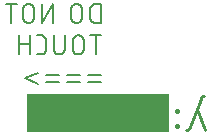
<source format=gbr>
G04 EAGLE Gerber X2 export*
%TF.Part,Single*%
%TF.FileFunction,Legend,Bot,1*%
%TF.FilePolarity,Positive*%
%TF.GenerationSoftware,Autodesk,EAGLE,9.1.0*%
%TF.CreationDate,2018-08-16T10:41:46Z*%
G75*
%MOMM*%
%FSLAX34Y34*%
%LPD*%
%AMOC8*
5,1,8,0,0,1.08239X$1,22.5*%
G01*
%ADD10C,0.152400*%
%ADD11C,0.254000*%
%ADD12R,12.065000X3.175000*%


D10*
X145288Y181102D02*
X145288Y197358D01*
X140772Y197358D01*
X140641Y197356D01*
X140509Y197350D01*
X140378Y197341D01*
X140248Y197327D01*
X140117Y197310D01*
X139988Y197289D01*
X139859Y197265D01*
X139731Y197236D01*
X139603Y197204D01*
X139477Y197168D01*
X139352Y197129D01*
X139227Y197086D01*
X139105Y197039D01*
X138983Y196989D01*
X138863Y196935D01*
X138745Y196878D01*
X138629Y196817D01*
X138514Y196753D01*
X138401Y196686D01*
X138290Y196615D01*
X138182Y196541D01*
X138075Y196464D01*
X137971Y196384D01*
X137869Y196301D01*
X137770Y196216D01*
X137673Y196127D01*
X137579Y196035D01*
X137487Y195941D01*
X137398Y195844D01*
X137313Y195745D01*
X137230Y195643D01*
X137150Y195539D01*
X137073Y195432D01*
X136999Y195324D01*
X136928Y195213D01*
X136861Y195100D01*
X136797Y194985D01*
X136736Y194869D01*
X136679Y194751D01*
X136625Y194631D01*
X136575Y194509D01*
X136528Y194387D01*
X136485Y194262D01*
X136446Y194137D01*
X136410Y194011D01*
X136378Y193883D01*
X136349Y193755D01*
X136325Y193626D01*
X136304Y193497D01*
X136287Y193366D01*
X136273Y193236D01*
X136264Y193105D01*
X136258Y192973D01*
X136256Y192842D01*
X136257Y192842D02*
X136257Y185618D01*
X136256Y185618D02*
X136258Y185487D01*
X136264Y185355D01*
X136273Y185224D01*
X136287Y185094D01*
X136304Y184963D01*
X136325Y184834D01*
X136349Y184705D01*
X136378Y184577D01*
X136410Y184449D01*
X136446Y184323D01*
X136485Y184198D01*
X136528Y184073D01*
X136575Y183951D01*
X136625Y183829D01*
X136679Y183709D01*
X136736Y183591D01*
X136797Y183475D01*
X136861Y183360D01*
X136928Y183247D01*
X136999Y183136D01*
X137073Y183028D01*
X137150Y182921D01*
X137230Y182817D01*
X137313Y182715D01*
X137398Y182616D01*
X137487Y182519D01*
X137579Y182425D01*
X137673Y182333D01*
X137770Y182244D01*
X137869Y182159D01*
X137971Y182076D01*
X138075Y181996D01*
X138182Y181919D01*
X138290Y181845D01*
X138401Y181774D01*
X138514Y181707D01*
X138629Y181643D01*
X138745Y181582D01*
X138863Y181525D01*
X138983Y181471D01*
X139105Y181421D01*
X139227Y181374D01*
X139352Y181331D01*
X139477Y181292D01*
X139603Y181256D01*
X139731Y181224D01*
X139859Y181195D01*
X139988Y181171D01*
X140117Y181150D01*
X140248Y181133D01*
X140378Y181119D01*
X140509Y181110D01*
X140641Y181104D01*
X140772Y181102D01*
X145288Y181102D01*
X129136Y185618D02*
X129136Y192842D01*
X129134Y192975D01*
X129128Y193107D01*
X129118Y193239D01*
X129105Y193371D01*
X129087Y193503D01*
X129066Y193633D01*
X129041Y193764D01*
X129012Y193893D01*
X128979Y194021D01*
X128943Y194149D01*
X128903Y194275D01*
X128859Y194400D01*
X128811Y194524D01*
X128760Y194646D01*
X128705Y194767D01*
X128647Y194886D01*
X128585Y195004D01*
X128520Y195119D01*
X128451Y195233D01*
X128380Y195344D01*
X128304Y195453D01*
X128226Y195560D01*
X128145Y195665D01*
X128060Y195767D01*
X127973Y195867D01*
X127883Y195964D01*
X127790Y196059D01*
X127694Y196150D01*
X127596Y196239D01*
X127495Y196325D01*
X127391Y196408D01*
X127285Y196488D01*
X127177Y196564D01*
X127067Y196638D01*
X126954Y196708D01*
X126840Y196775D01*
X126723Y196838D01*
X126605Y196898D01*
X126485Y196955D01*
X126363Y197008D01*
X126240Y197057D01*
X126116Y197103D01*
X125990Y197145D01*
X125863Y197183D01*
X125735Y197218D01*
X125606Y197249D01*
X125477Y197276D01*
X125346Y197299D01*
X125215Y197319D01*
X125083Y197334D01*
X124951Y197346D01*
X124819Y197354D01*
X124686Y197358D01*
X124554Y197358D01*
X124421Y197354D01*
X124289Y197346D01*
X124157Y197334D01*
X124025Y197319D01*
X123894Y197299D01*
X123763Y197276D01*
X123634Y197249D01*
X123505Y197218D01*
X123377Y197183D01*
X123250Y197145D01*
X123124Y197103D01*
X123000Y197057D01*
X122877Y197008D01*
X122755Y196955D01*
X122635Y196898D01*
X122517Y196838D01*
X122400Y196775D01*
X122286Y196708D01*
X122173Y196638D01*
X122063Y196564D01*
X121955Y196488D01*
X121849Y196408D01*
X121745Y196325D01*
X121644Y196239D01*
X121546Y196150D01*
X121450Y196059D01*
X121357Y195964D01*
X121267Y195867D01*
X121180Y195767D01*
X121095Y195665D01*
X121014Y195560D01*
X120936Y195453D01*
X120860Y195344D01*
X120789Y195233D01*
X120720Y195119D01*
X120655Y195004D01*
X120593Y194886D01*
X120535Y194767D01*
X120480Y194646D01*
X120429Y194524D01*
X120381Y194400D01*
X120337Y194275D01*
X120297Y194149D01*
X120261Y194021D01*
X120228Y193893D01*
X120199Y193764D01*
X120174Y193633D01*
X120153Y193503D01*
X120135Y193371D01*
X120122Y193239D01*
X120112Y193107D01*
X120106Y192975D01*
X120104Y192842D01*
X120105Y192842D02*
X120105Y185618D01*
X120104Y185618D02*
X120106Y185485D01*
X120112Y185353D01*
X120122Y185221D01*
X120135Y185089D01*
X120153Y184957D01*
X120174Y184827D01*
X120199Y184696D01*
X120228Y184567D01*
X120261Y184439D01*
X120297Y184311D01*
X120337Y184185D01*
X120381Y184060D01*
X120429Y183936D01*
X120480Y183814D01*
X120535Y183693D01*
X120593Y183574D01*
X120655Y183456D01*
X120720Y183341D01*
X120789Y183227D01*
X120860Y183116D01*
X120936Y183007D01*
X121014Y182900D01*
X121095Y182795D01*
X121180Y182693D01*
X121267Y182593D01*
X121357Y182496D01*
X121450Y182401D01*
X121546Y182310D01*
X121644Y182221D01*
X121745Y182135D01*
X121849Y182052D01*
X121955Y181972D01*
X122063Y181896D01*
X122173Y181822D01*
X122286Y181752D01*
X122400Y181685D01*
X122517Y181622D01*
X122635Y181562D01*
X122755Y181505D01*
X122877Y181452D01*
X123000Y181403D01*
X123124Y181357D01*
X123250Y181315D01*
X123377Y181277D01*
X123505Y181242D01*
X123634Y181211D01*
X123763Y181184D01*
X123894Y181161D01*
X124025Y181141D01*
X124157Y181126D01*
X124289Y181114D01*
X124421Y181106D01*
X124554Y181102D01*
X124686Y181102D01*
X124819Y181106D01*
X124951Y181114D01*
X125083Y181126D01*
X125215Y181141D01*
X125346Y181161D01*
X125477Y181184D01*
X125606Y181211D01*
X125735Y181242D01*
X125863Y181277D01*
X125990Y181315D01*
X126116Y181357D01*
X126240Y181403D01*
X126363Y181452D01*
X126485Y181505D01*
X126605Y181562D01*
X126723Y181622D01*
X126840Y181685D01*
X126954Y181752D01*
X127067Y181822D01*
X127177Y181896D01*
X127285Y181972D01*
X127391Y182052D01*
X127495Y182135D01*
X127596Y182221D01*
X127694Y182310D01*
X127790Y182401D01*
X127883Y182496D01*
X127973Y182593D01*
X128060Y182693D01*
X128145Y182795D01*
X128226Y182900D01*
X128304Y183007D01*
X128380Y183116D01*
X128451Y183227D01*
X128520Y183341D01*
X128585Y183456D01*
X128647Y183574D01*
X128705Y183693D01*
X128760Y183814D01*
X128811Y183936D01*
X128859Y184060D01*
X128903Y184185D01*
X128943Y184311D01*
X128979Y184439D01*
X129012Y184567D01*
X129041Y184696D01*
X129066Y184827D01*
X129087Y184957D01*
X129105Y185089D01*
X129118Y185221D01*
X129128Y185353D01*
X129134Y185485D01*
X129136Y185618D01*
X104647Y181102D02*
X104647Y197358D01*
X95616Y181102D01*
X95616Y197358D01*
X88495Y192842D02*
X88495Y185618D01*
X88495Y192842D02*
X88493Y192975D01*
X88487Y193107D01*
X88477Y193239D01*
X88464Y193371D01*
X88446Y193503D01*
X88425Y193633D01*
X88400Y193764D01*
X88371Y193893D01*
X88338Y194021D01*
X88302Y194149D01*
X88262Y194275D01*
X88218Y194400D01*
X88170Y194524D01*
X88119Y194646D01*
X88064Y194767D01*
X88006Y194886D01*
X87944Y195004D01*
X87879Y195119D01*
X87810Y195233D01*
X87739Y195344D01*
X87663Y195453D01*
X87585Y195560D01*
X87504Y195665D01*
X87419Y195767D01*
X87332Y195867D01*
X87242Y195964D01*
X87149Y196059D01*
X87053Y196150D01*
X86955Y196239D01*
X86854Y196325D01*
X86750Y196408D01*
X86644Y196488D01*
X86536Y196564D01*
X86426Y196638D01*
X86313Y196708D01*
X86199Y196775D01*
X86082Y196838D01*
X85964Y196898D01*
X85844Y196955D01*
X85722Y197008D01*
X85599Y197057D01*
X85475Y197103D01*
X85349Y197145D01*
X85222Y197183D01*
X85094Y197218D01*
X84965Y197249D01*
X84836Y197276D01*
X84705Y197299D01*
X84574Y197319D01*
X84442Y197334D01*
X84310Y197346D01*
X84178Y197354D01*
X84045Y197358D01*
X83913Y197358D01*
X83780Y197354D01*
X83648Y197346D01*
X83516Y197334D01*
X83384Y197319D01*
X83253Y197299D01*
X83122Y197276D01*
X82993Y197249D01*
X82864Y197218D01*
X82736Y197183D01*
X82609Y197145D01*
X82483Y197103D01*
X82359Y197057D01*
X82236Y197008D01*
X82114Y196955D01*
X81994Y196898D01*
X81876Y196838D01*
X81759Y196775D01*
X81645Y196708D01*
X81532Y196638D01*
X81422Y196564D01*
X81314Y196488D01*
X81208Y196408D01*
X81104Y196325D01*
X81003Y196239D01*
X80905Y196150D01*
X80809Y196059D01*
X80716Y195964D01*
X80626Y195867D01*
X80539Y195767D01*
X80454Y195665D01*
X80373Y195560D01*
X80295Y195453D01*
X80219Y195344D01*
X80148Y195233D01*
X80079Y195119D01*
X80014Y195004D01*
X79952Y194886D01*
X79894Y194767D01*
X79839Y194646D01*
X79788Y194524D01*
X79740Y194400D01*
X79696Y194275D01*
X79656Y194149D01*
X79620Y194021D01*
X79587Y193893D01*
X79558Y193764D01*
X79533Y193633D01*
X79512Y193503D01*
X79494Y193371D01*
X79481Y193239D01*
X79471Y193107D01*
X79465Y192975D01*
X79463Y192842D01*
X79463Y185618D01*
X79465Y185485D01*
X79471Y185353D01*
X79481Y185221D01*
X79494Y185089D01*
X79512Y184957D01*
X79533Y184827D01*
X79558Y184696D01*
X79587Y184567D01*
X79620Y184439D01*
X79656Y184311D01*
X79696Y184185D01*
X79740Y184060D01*
X79788Y183936D01*
X79839Y183814D01*
X79894Y183693D01*
X79952Y183574D01*
X80014Y183456D01*
X80079Y183341D01*
X80148Y183227D01*
X80219Y183116D01*
X80295Y183007D01*
X80373Y182900D01*
X80454Y182795D01*
X80539Y182693D01*
X80626Y182593D01*
X80716Y182496D01*
X80809Y182401D01*
X80905Y182310D01*
X81003Y182221D01*
X81104Y182135D01*
X81208Y182052D01*
X81314Y181972D01*
X81422Y181896D01*
X81532Y181822D01*
X81645Y181752D01*
X81759Y181685D01*
X81876Y181622D01*
X81994Y181562D01*
X82114Y181505D01*
X82236Y181452D01*
X82359Y181403D01*
X82483Y181357D01*
X82609Y181315D01*
X82736Y181277D01*
X82864Y181242D01*
X82993Y181211D01*
X83122Y181184D01*
X83253Y181161D01*
X83384Y181141D01*
X83516Y181126D01*
X83648Y181114D01*
X83780Y181106D01*
X83913Y181102D01*
X84045Y181102D01*
X84178Y181106D01*
X84310Y181114D01*
X84442Y181126D01*
X84574Y181141D01*
X84705Y181161D01*
X84836Y181184D01*
X84965Y181211D01*
X85094Y181242D01*
X85222Y181277D01*
X85349Y181315D01*
X85475Y181357D01*
X85599Y181403D01*
X85722Y181452D01*
X85844Y181505D01*
X85964Y181562D01*
X86082Y181622D01*
X86199Y181685D01*
X86313Y181752D01*
X86426Y181822D01*
X86536Y181896D01*
X86644Y181972D01*
X86750Y182052D01*
X86854Y182135D01*
X86955Y182221D01*
X87053Y182310D01*
X87149Y182401D01*
X87242Y182496D01*
X87332Y182593D01*
X87419Y182693D01*
X87504Y182795D01*
X87585Y182900D01*
X87663Y183007D01*
X87739Y183116D01*
X87810Y183227D01*
X87879Y183341D01*
X87944Y183456D01*
X88006Y183574D01*
X88064Y183693D01*
X88119Y183814D01*
X88170Y183936D01*
X88218Y184060D01*
X88262Y184185D01*
X88302Y184311D01*
X88338Y184439D01*
X88371Y184567D01*
X88400Y184696D01*
X88425Y184827D01*
X88446Y184957D01*
X88464Y185089D01*
X88477Y185221D01*
X88487Y185353D01*
X88493Y185485D01*
X88495Y185618D01*
X69390Y181102D02*
X69390Y197358D01*
X73905Y197358D02*
X64874Y197358D01*
X140772Y170688D02*
X140772Y154432D01*
X145288Y170688D02*
X136257Y170688D01*
X130699Y166172D02*
X130699Y158948D01*
X130699Y166172D02*
X130697Y166305D01*
X130691Y166437D01*
X130681Y166569D01*
X130668Y166701D01*
X130650Y166833D01*
X130629Y166963D01*
X130604Y167094D01*
X130575Y167223D01*
X130542Y167351D01*
X130506Y167479D01*
X130466Y167605D01*
X130422Y167730D01*
X130374Y167854D01*
X130323Y167976D01*
X130268Y168097D01*
X130210Y168216D01*
X130148Y168334D01*
X130083Y168449D01*
X130014Y168563D01*
X129943Y168674D01*
X129867Y168783D01*
X129789Y168890D01*
X129708Y168995D01*
X129623Y169097D01*
X129536Y169197D01*
X129446Y169294D01*
X129353Y169389D01*
X129257Y169480D01*
X129159Y169569D01*
X129058Y169655D01*
X128954Y169738D01*
X128848Y169818D01*
X128740Y169894D01*
X128630Y169968D01*
X128517Y170038D01*
X128403Y170105D01*
X128286Y170168D01*
X128168Y170228D01*
X128048Y170285D01*
X127926Y170338D01*
X127803Y170387D01*
X127679Y170433D01*
X127553Y170475D01*
X127426Y170513D01*
X127298Y170548D01*
X127169Y170579D01*
X127040Y170606D01*
X126909Y170629D01*
X126778Y170649D01*
X126646Y170664D01*
X126514Y170676D01*
X126382Y170684D01*
X126249Y170688D01*
X126117Y170688D01*
X125984Y170684D01*
X125852Y170676D01*
X125720Y170664D01*
X125588Y170649D01*
X125457Y170629D01*
X125326Y170606D01*
X125197Y170579D01*
X125068Y170548D01*
X124940Y170513D01*
X124813Y170475D01*
X124687Y170433D01*
X124563Y170387D01*
X124440Y170338D01*
X124318Y170285D01*
X124198Y170228D01*
X124080Y170168D01*
X123963Y170105D01*
X123849Y170038D01*
X123736Y169968D01*
X123626Y169894D01*
X123518Y169818D01*
X123412Y169738D01*
X123308Y169655D01*
X123207Y169569D01*
X123109Y169480D01*
X123013Y169389D01*
X122920Y169294D01*
X122830Y169197D01*
X122743Y169097D01*
X122658Y168995D01*
X122577Y168890D01*
X122499Y168783D01*
X122423Y168674D01*
X122352Y168563D01*
X122283Y168449D01*
X122218Y168334D01*
X122156Y168216D01*
X122098Y168097D01*
X122043Y167976D01*
X121992Y167854D01*
X121944Y167730D01*
X121900Y167605D01*
X121860Y167479D01*
X121824Y167351D01*
X121791Y167223D01*
X121762Y167094D01*
X121737Y166963D01*
X121716Y166833D01*
X121698Y166701D01*
X121685Y166569D01*
X121675Y166437D01*
X121669Y166305D01*
X121667Y166172D01*
X121668Y166172D02*
X121668Y158948D01*
X121667Y158948D02*
X121669Y158815D01*
X121675Y158683D01*
X121685Y158551D01*
X121698Y158419D01*
X121716Y158287D01*
X121737Y158157D01*
X121762Y158026D01*
X121791Y157897D01*
X121824Y157769D01*
X121860Y157641D01*
X121900Y157515D01*
X121944Y157390D01*
X121992Y157266D01*
X122043Y157144D01*
X122098Y157023D01*
X122156Y156904D01*
X122218Y156786D01*
X122283Y156671D01*
X122352Y156557D01*
X122423Y156446D01*
X122499Y156337D01*
X122577Y156230D01*
X122658Y156125D01*
X122743Y156023D01*
X122830Y155923D01*
X122920Y155826D01*
X123013Y155731D01*
X123109Y155640D01*
X123207Y155551D01*
X123308Y155465D01*
X123412Y155382D01*
X123518Y155302D01*
X123626Y155226D01*
X123736Y155152D01*
X123849Y155082D01*
X123963Y155015D01*
X124080Y154952D01*
X124198Y154892D01*
X124318Y154835D01*
X124440Y154782D01*
X124563Y154733D01*
X124687Y154687D01*
X124813Y154645D01*
X124940Y154607D01*
X125068Y154572D01*
X125197Y154541D01*
X125326Y154514D01*
X125457Y154491D01*
X125588Y154471D01*
X125720Y154456D01*
X125852Y154444D01*
X125984Y154436D01*
X126117Y154432D01*
X126249Y154432D01*
X126382Y154436D01*
X126514Y154444D01*
X126646Y154456D01*
X126778Y154471D01*
X126909Y154491D01*
X127040Y154514D01*
X127169Y154541D01*
X127298Y154572D01*
X127426Y154607D01*
X127553Y154645D01*
X127679Y154687D01*
X127803Y154733D01*
X127926Y154782D01*
X128048Y154835D01*
X128168Y154892D01*
X128286Y154952D01*
X128403Y155015D01*
X128517Y155082D01*
X128630Y155152D01*
X128740Y155226D01*
X128848Y155302D01*
X128954Y155382D01*
X129058Y155465D01*
X129159Y155551D01*
X129257Y155640D01*
X129353Y155731D01*
X129446Y155826D01*
X129536Y155923D01*
X129623Y156023D01*
X129708Y156125D01*
X129789Y156230D01*
X129867Y156337D01*
X129943Y156446D01*
X130014Y156557D01*
X130083Y156671D01*
X130148Y156786D01*
X130210Y156904D01*
X130268Y157023D01*
X130323Y157144D01*
X130374Y157266D01*
X130422Y157390D01*
X130466Y157515D01*
X130506Y157641D01*
X130542Y157769D01*
X130575Y157897D01*
X130604Y158026D01*
X130629Y158157D01*
X130650Y158287D01*
X130668Y158419D01*
X130681Y158551D01*
X130691Y158683D01*
X130697Y158815D01*
X130699Y158948D01*
X114547Y158948D02*
X114547Y170688D01*
X114547Y158948D02*
X114545Y158815D01*
X114539Y158683D01*
X114529Y158551D01*
X114516Y158419D01*
X114498Y158287D01*
X114477Y158157D01*
X114452Y158026D01*
X114423Y157897D01*
X114390Y157769D01*
X114354Y157641D01*
X114314Y157515D01*
X114270Y157390D01*
X114222Y157266D01*
X114171Y157144D01*
X114116Y157023D01*
X114058Y156904D01*
X113996Y156786D01*
X113931Y156671D01*
X113862Y156557D01*
X113791Y156446D01*
X113715Y156337D01*
X113637Y156230D01*
X113556Y156125D01*
X113471Y156023D01*
X113384Y155923D01*
X113294Y155826D01*
X113201Y155731D01*
X113105Y155640D01*
X113007Y155551D01*
X112906Y155465D01*
X112802Y155382D01*
X112696Y155302D01*
X112588Y155226D01*
X112478Y155152D01*
X112365Y155082D01*
X112251Y155015D01*
X112134Y154952D01*
X112016Y154892D01*
X111896Y154835D01*
X111774Y154782D01*
X111651Y154733D01*
X111527Y154687D01*
X111401Y154645D01*
X111274Y154607D01*
X111146Y154572D01*
X111017Y154541D01*
X110888Y154514D01*
X110757Y154491D01*
X110626Y154471D01*
X110494Y154456D01*
X110362Y154444D01*
X110230Y154436D01*
X110097Y154432D01*
X109965Y154432D01*
X109832Y154436D01*
X109700Y154444D01*
X109568Y154456D01*
X109436Y154471D01*
X109305Y154491D01*
X109174Y154514D01*
X109045Y154541D01*
X108916Y154572D01*
X108788Y154607D01*
X108661Y154645D01*
X108535Y154687D01*
X108411Y154733D01*
X108288Y154782D01*
X108166Y154835D01*
X108046Y154892D01*
X107928Y154952D01*
X107811Y155015D01*
X107697Y155082D01*
X107584Y155152D01*
X107474Y155226D01*
X107366Y155302D01*
X107260Y155382D01*
X107156Y155465D01*
X107055Y155551D01*
X106957Y155640D01*
X106861Y155731D01*
X106768Y155826D01*
X106678Y155923D01*
X106591Y156023D01*
X106506Y156125D01*
X106425Y156230D01*
X106347Y156337D01*
X106271Y156446D01*
X106200Y156557D01*
X106131Y156671D01*
X106066Y156786D01*
X106004Y156904D01*
X105946Y157023D01*
X105891Y157144D01*
X105840Y157266D01*
X105792Y157390D01*
X105748Y157515D01*
X105708Y157641D01*
X105672Y157769D01*
X105639Y157897D01*
X105610Y158026D01*
X105585Y158157D01*
X105564Y158287D01*
X105546Y158419D01*
X105533Y158551D01*
X105523Y158683D01*
X105517Y158815D01*
X105515Y158948D01*
X105515Y170688D01*
X94821Y154432D02*
X91209Y154432D01*
X94821Y154432D02*
X94939Y154434D01*
X95057Y154440D01*
X95175Y154449D01*
X95292Y154463D01*
X95409Y154480D01*
X95526Y154501D01*
X95641Y154526D01*
X95756Y154555D01*
X95870Y154588D01*
X95982Y154624D01*
X96093Y154664D01*
X96203Y154707D01*
X96312Y154754D01*
X96419Y154804D01*
X96524Y154859D01*
X96627Y154916D01*
X96728Y154977D01*
X96828Y155041D01*
X96925Y155108D01*
X97020Y155178D01*
X97112Y155252D01*
X97203Y155328D01*
X97290Y155408D01*
X97375Y155490D01*
X97457Y155575D01*
X97537Y155662D01*
X97613Y155753D01*
X97687Y155845D01*
X97757Y155940D01*
X97824Y156037D01*
X97888Y156137D01*
X97949Y156238D01*
X98006Y156341D01*
X98061Y156446D01*
X98111Y156553D01*
X98158Y156662D01*
X98201Y156772D01*
X98241Y156883D01*
X98277Y156995D01*
X98310Y157109D01*
X98339Y157224D01*
X98364Y157339D01*
X98385Y157456D01*
X98402Y157573D01*
X98416Y157690D01*
X98425Y157808D01*
X98431Y157926D01*
X98433Y158044D01*
X98434Y158044D02*
X98434Y167076D01*
X98433Y167076D02*
X98431Y167194D01*
X98425Y167312D01*
X98416Y167430D01*
X98402Y167547D01*
X98385Y167664D01*
X98364Y167781D01*
X98339Y167896D01*
X98310Y168011D01*
X98277Y168125D01*
X98241Y168237D01*
X98201Y168348D01*
X98158Y168458D01*
X98111Y168567D01*
X98061Y168674D01*
X98006Y168779D01*
X97949Y168882D01*
X97888Y168983D01*
X97824Y169083D01*
X97757Y169180D01*
X97687Y169275D01*
X97613Y169367D01*
X97537Y169458D01*
X97457Y169545D01*
X97375Y169630D01*
X97290Y169712D01*
X97203Y169792D01*
X97112Y169868D01*
X97020Y169942D01*
X96925Y170012D01*
X96828Y170079D01*
X96728Y170143D01*
X96627Y170204D01*
X96524Y170261D01*
X96419Y170316D01*
X96312Y170366D01*
X96203Y170413D01*
X96093Y170456D01*
X95982Y170496D01*
X95870Y170532D01*
X95756Y170565D01*
X95641Y170594D01*
X95526Y170619D01*
X95409Y170640D01*
X95292Y170657D01*
X95175Y170671D01*
X95057Y170680D01*
X94939Y170686D01*
X94821Y170688D01*
X91209Y170688D01*
X84847Y170688D02*
X84847Y154432D01*
X84847Y163463D02*
X75816Y163463D01*
X75816Y170688D02*
X75816Y154432D01*
X134451Y131374D02*
X145288Y131374D01*
X145288Y136793D02*
X134451Y136793D01*
X127573Y131374D02*
X116735Y131374D01*
X116735Y136793D02*
X127573Y136793D01*
X109857Y131374D02*
X99020Y131374D01*
X99020Y136793D02*
X109857Y136793D01*
X92142Y138599D02*
X81305Y134084D01*
X92142Y129568D01*
D11*
X226378Y108021D02*
X233680Y90170D01*
X220698Y92604D02*
X229623Y116946D01*
X220697Y92605D02*
X220655Y92493D01*
X220608Y92384D01*
X220558Y92275D01*
X220505Y92169D01*
X220448Y92064D01*
X220388Y91961D01*
X220325Y91860D01*
X220259Y91761D01*
X220189Y91664D01*
X220117Y91570D01*
X220041Y91478D01*
X219962Y91388D01*
X219881Y91301D01*
X219797Y91217D01*
X219710Y91135D01*
X219621Y91056D01*
X219529Y90980D01*
X219435Y90907D01*
X219339Y90837D01*
X219240Y90770D01*
X219139Y90707D01*
X219036Y90646D01*
X218932Y90589D01*
X218825Y90535D01*
X218717Y90485D01*
X218608Y90438D01*
X218497Y90395D01*
X218384Y90355D01*
X218271Y90319D01*
X218156Y90287D01*
X218041Y90258D01*
X217924Y90233D01*
X217807Y90212D01*
X217689Y90194D01*
X217571Y90180D01*
X217452Y90171D01*
X229623Y116945D02*
X229665Y117057D01*
X229712Y117166D01*
X229762Y117275D01*
X229815Y117381D01*
X229872Y117486D01*
X229932Y117589D01*
X229995Y117690D01*
X230061Y117789D01*
X230131Y117886D01*
X230203Y117980D01*
X230279Y118072D01*
X230358Y118162D01*
X230439Y118249D01*
X230523Y118333D01*
X230610Y118415D01*
X230699Y118494D01*
X230791Y118570D01*
X230885Y118643D01*
X230981Y118713D01*
X231080Y118780D01*
X231181Y118843D01*
X231284Y118904D01*
X231388Y118961D01*
X231495Y119015D01*
X231603Y119065D01*
X231712Y119112D01*
X231823Y119155D01*
X231936Y119195D01*
X232049Y119231D01*
X232164Y119263D01*
X232279Y119292D01*
X232396Y119317D01*
X232513Y119338D01*
X232631Y119356D01*
X232749Y119370D01*
X232868Y119379D01*
X210883Y94227D02*
X210883Y92604D01*
X210883Y94227D02*
X209260Y94227D01*
X209260Y92604D01*
X210883Y92604D01*
X210883Y105586D02*
X210883Y107209D01*
X209260Y107209D01*
X209260Y105586D01*
X210883Y105586D01*
D12*
X142875Y104775D03*
M02*

</source>
